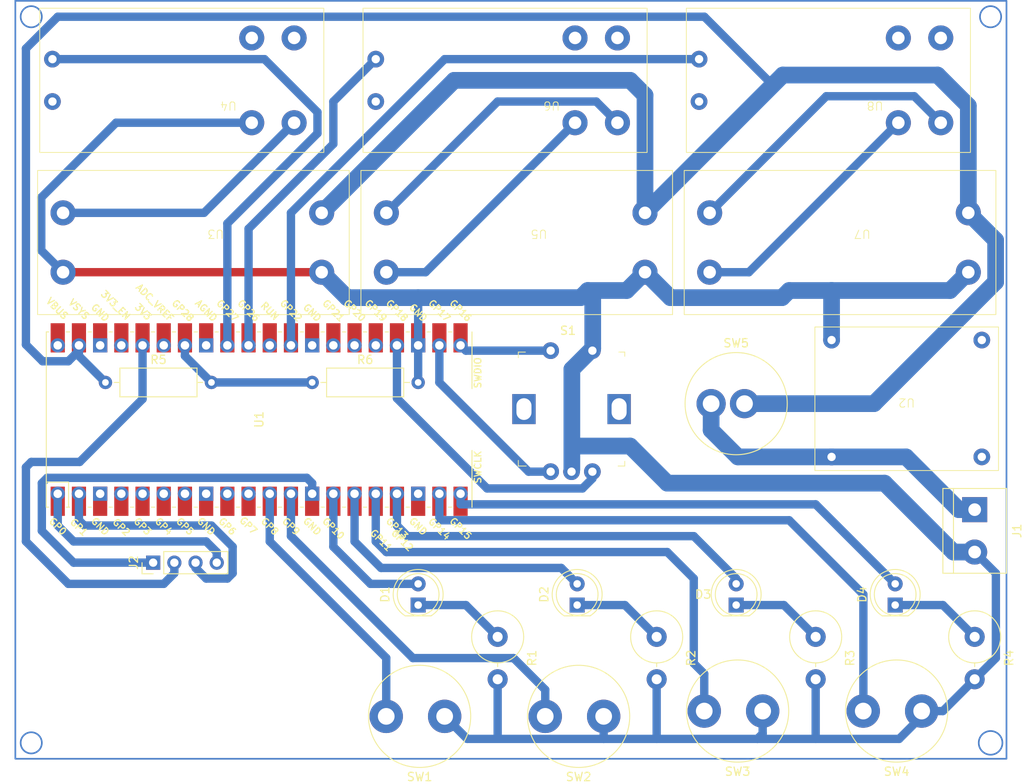
<source format=kicad_pcb>
(kicad_pcb (version 20221018) (generator pcbnew)
  (layers (0 "F.Cu" signal) (31 "B.Cu" signal) (34 "B.Paste" user) (35 "F.Paste" user) (36 "B.SilkS" user "B.Silkscreen") (37 "F.SilkS" user "F.Silkscreen") (38 "B.Mask" user) (39 "F.Mask" user) (44 "Edge.Cuts" user))
  (net 0 "")
  (net 1 "Net-(D1-K)")
  (net 2 "Net-(D2-K)")
  (net 3 "Net-(D3-K)")
  (net 4 "Net-(D4-K)")
  (net 5 "Net-(D4-A)")
  (net 6 "Net-(J1-Pin_1)")
  (net 7 "+BATT")
  (net 8 "GND")
  (net 10 "Net-(S1-CH_A)")
  (net 11 "Net-(S1-CH_B)")
  (net 12 "Net-(J2-Pin_4)")
  (net 13 "Net-(J2-Pin_3)")
  (net 14 "+3V3")
  (net 15 "Net-(U1-GPIO27_ADC1)")
  (net 25 "Net-(U1-GPIO26_ADC0)")
  (net 27 "Net-(U1-GPIO22)")
  (net 30 "Net-(U1-GPIO28_ADC2)")
  (net 36 "Net-(U3-Out+)")
  (net 40 "Net-(U5-Out-)")
  (net 41 "Net-(U5-Out+)")
  (net 45 "Net-(U7-Out-)")
  (net 46 "Net-(U7-Out+)")
  (net 51 "Net-(U1-GPIO16)")
  (net 54 "Net-(D1-A)")
  (net 55 "Net-(D2-A)")
  (net 56 "Net-(D3-A)")
  (net 57 "Net-(U1-GPIO8)")
  (net 58 "Net-(U1-GPIO12)")
  (net 59 "Net-(U1-GPIO14)")
  (net 61 "Net-(U1-GPIO9)")
  (net 62 "Net-(J2-Pin_1)")
  (footprint "MCU_RaspberryPi_and_Boards:RPi_Pico_SMD_TH" (layer "F.Cu") (at 114.3 68.58 90)
    (fp_text reference "U1" (at 0 0 90) (layer "F.SilkS"))
    (fp_text value "Pico")
    (fp_text user "GP22" (at 13.054 3.81 135) (layer "F.SilkS") (effects (font (size 0.8 0.8))))
    (fp_text user "GND" (at -12.8 6.35 135) (layer "F.SilkS") (effects (font (size 0.8 0.8))))
    (fp_text user "GP15" (at -13.054 24.13 135) (layer "F.SilkS") (effects (font (size 0.8 0.8))))
    (fp_text user "GP9" (at -12.8 3.81 135) (layer "F.SilkS") (effects (font (size 0.8 0.8))))
    (fp_text user "GP28" (at 13.054 -9.144 135) (layer "F.SilkS") (effects (font (size 0.8 0.8))))
    (fp_text user "3V3_EN" (at 13.7 -17.2 135) (layer "F.SilkS") (effects (font (size 0.8 0.8))))
    (fp_text user "VSYS" (at 13.2 -21.59 135) (layer "F.SilkS") (effects (font (size 0.8 0.8))))
    (fp_text user "GND" (at 12.8 -19.05 135) (layer "F.SilkS") (effects (font (size 0.8 0.8))))
    (fp_text user "GP14" (at -13.1 21.59 135) (layer "F.SilkS") (effects (font (size 0.8 0.8))))
    (fp_text user "GP16" (at 13.054 24.13 135) (layer "F.SilkS") (effects (font (size 0.8 0.8))))
    (fp_text user "GND" (at -12.8 19.05 135) (layer "F.SilkS") (effects (font (size 0.8 0.8))))
    (fp_text user "AGND" (at 13.054 -6.35 135) (layer "F.SilkS") (effects (font (size 0.8 0.8))))
    (fp_text user "GP7" (at -12.7 -1.3 135) (layer "F.SilkS") (effects (font (size 0.8 0.8))))
    (fp_text user "GP0" (at -12.8 -24.13 135) (layer "F.SilkS") (effects (font (size 0.8 0.8))))
    (fp_text user "SWCLK" (at -5.7 26.2 90) (layer "F.SilkS") (effects (font (size 0.8 0.8))))
    (fp_text user "GP21" (at 13.054 8.9 135) (layer "F.SilkS") (effects (font (size 0.8 0.8))))
    (fp_text user "SWDIO" (at 5.6 26.2 90) (layer "F.SilkS") (effects (font (size 0.8 0.8))))
    (fp_text user "GND" (at -12.8 -6.35 135) (layer "F.SilkS") (effects (font (size 0.8 0.8))))
    (fp_text user "GP6" (at -12.8 -3.81 135) (layer "F.SilkS") (effects (font (size 0.8 0.8))))
    (fp_text user "GP17" (at 13.054 21.59 135) (layer "F.SilkS") (effects (font (size 0.8 0.8))))
    (fp_text user "GP18" (at 13.054 16.51 135) (layer "F.SilkS") (effects (font (size 0.8 0.8))))
    (fp_text user "GP12" (at -14.47 17.145 135) (layer "F.SilkS") (effects (font (size 0.8 0.8))))
    (fp_text user "GP20" (at 13.054 11.43 135) (layer "F.SilkS") (effects (font (size 0.8 0.8))))
    (fp_text user "GP11" (at -14.47 14.605 135) (layer "F.SilkS") (effects (font (size 0.8 0.8))))
    (fp_text user "GP10" (at -13.054 8.89 135) (layer "F.SilkS") (effects (font (size 0.8 0.8))))
    (fp_text user "ADC_VREF" (at 14 -12.5 135) (layer "F.SilkS") (effects (font (size 0.8 0.8))))
    (fp_text user "GP4" (at -12.8 -11.43 135) (layer "F.SilkS") (effects (font (size 0.8 0.8))))
    (fp_text user "GP13" (at -13.054 16.51 135) (layer "F.SilkS") (effects (font (size 0.8 0.8))))
    (fp_text user "GP19" (at 13.054 13.97 135) (layer "F.SilkS") (effects (font (size 0.8 0.8))))
    (fp_text user "GP5" (at -12.8 -8.89 135) (layer "F.SilkS") (effects (font (size 0.8 0.8))))
    (fp_text user "GP2" (at -12.9 -16.51 135) (layer "F.SilkS") (effects (font (size 0.8 0.8))))
    (fp_text user "GP3" (at -12.8 -13.97 135) (layer "F.SilkS") (effects (font (size 0.8 0.8))))
    (fp_text user "GP27" (at 13.054 -3.8 135) (layer "F.SilkS") (effects (font (size 0.8 0.8))))
    (fp_text user "GND" (at 12.8 6.35 135) (layer "F.SilkS") (effects (font (size 0.8 0.8))))
    (fp_text user "VBUS" (at 13.3 -24.2 135) (layer "F.SilkS") (effects (font (size 0.8 0.8))))
    (fp_text user "GND" (at 12.8 19.05 135) (layer "F.SilkS") (effects (font (size 0.8 0.8))))
    (fp_text user "GP26" (at 13.054 -1.27 135) (layer "F.SilkS") (effects (font (size 0.8 0.8))))
    (fp_text user "GND" (at -12.8 -19.05 135) (layer "F.SilkS") (effects (font (size 0.8 0.8))))
    (fp_text user "RUN" (at 13 1.27 135) (layer "F.SilkS") (effects (font (size 0.8 0.8))))
    (fp_text user "GP1" (at -12.9 -21.6 135) (layer "F.SilkS") (effects (font (size 0.8 0.8))))
    (fp_text user "GP8" (at -12.8 1.27 135) (layer "F.SilkS") (effects (font (size 0.8 0.8))))
    (fp_text user "3V3" (at 12.9 -13.9 135) (layer "F.SilkS") (effects (font (size 0.8 0.8))))
    (pad "" np_thru_hole oval (at -2.725 -24 90) (size 1.8 1.8) (drill 1.8) (layers "*.Cu" "*.Mask"))
    (pad "" np_thru_hole oval (at -2.425 -20.97 90) (size 1.5 1.5) (drill 1.5) (layers "*.Cu" "*.Mask"))
    (pad "" np_thru_hole oval (at 2.425 -20.97 90) (size 1.5 1.5) (drill 1.5) (layers "*.Cu" "*.Mask"))
    (pad "" np_thru_hole oval (at 2.725 -24 90) (size 1.8 1.8) (drill 1.8) (layers "*.Cu" "*.Mask"))
    (pad "1" thru_hole oval (at -8.89 -24.13 90) (size 1.7 1.7) (drill 1.02) (layers "*.Cu" "*.Mask") (net 12 "Net-(J2-Pin_4)"))
    (pad "1" smd rect (at -8.89 -24.13 90) (size 3.5 1.7) (drill (offset -0.9 0)) (layers "F.Cu" "F.Mask") (net 12 "Net-(J2-Pin_4)"))
    (pad "2" thru_hole oval (at -8.89 -21.59 90) (size 1.7 1.7) (drill 1.02) (layers "*.Cu" "*.Mask") (net 13 "Net-(J2-Pin_3)"))
    (pad "2" smd rect (at -8.89 -21.59 90) (size 3.5 1.7) (drill (offset -0.9 0)) (layers "F.Cu" "F.Mask") (net 13 "Net-(J2-Pin_3)"))
    (pad "3" thru_hole rect (at -8.89 -19.05 90) (size 1.7 1.7) (drill 1.02) (layers "*.Cu" "*.Mask"))
    (pad "3" smd rect (at -8.89 -19.05 90) (size 3.5 1.7) (drill (offset -0.9 0)) (layers "F.Cu" "F.Mask"))
    (pad "4" thru_hole oval (at -8.89 -16.51 90) (size 1.7 1.7) (drill 1.02) (layers "*.Cu" "*.Mask"))
    (pad "4" smd rect (at -8.89 -16.51 90) (size 3.5 1.7) (drill (offset -0.9 0)) (layers "F.Cu" "F.Mask"))
    (pad "5" thru_hole oval (at -8.89 -13.97 90) (size 1.7 1.7) (drill 1.02) (layers "*.Cu" "*.Mask"))
    (pad "5" smd rect (at -8.89 -13.97 90) (size 3.5 1.7) (drill (offset -0.9 0)) (layers "F.Cu" "F.Mask"))
    (pad "6" thru_hole oval (at -8.89 -11.43 90) (size 1.7 1.7) (drill 1.02) (layers "*.Cu" "*.Mask"))
    (pad "6" smd rect (at -8.89 -11.43 90) (size 3.5 1.7) (drill (offset -0.9 0)) (layers "F.Cu" "F.Mask"))
    (pad "7" thru_hole oval (at -8.89 -8.89 90) (size 1.7 1.7) (drill 1.02) (layers "*.Cu" "*.Mask"))
    (pad "7" smd rect (at -8.89 -8.89 90) (size 3.5 1.7) (drill (offset -0.9 0)) (layers "F.Cu" "F.Mask"))
    (pad "8" thru_hole rect (at -8.89 -6.35 90) (size 1.7 1.7) (drill 1.02) (layers "*.Cu" "*.Mask"))
    (pad "8" smd rect (at -8.89 -6.35 90) (size 3.5 1.7) (drill (offset -0.9 0)) (layers "F.Cu" "F.Mask"))
    (pad "9" thru_hole oval (at -8.89 -3.81 90) (size 1.7 1.7) (drill 1.02) (layers "*.Cu" "*.Mask"))
    (pad "9" smd rect (at -8.89 -3.81 90) (size 3.5 1.7) (drill (offset -0.9 0)) (layers "F.Cu" "F.Mask"))
    (pad "10" thru_hole oval (at -8.89 -1.27 90) (size 1.7 1.7) (drill 1.02) (layers "*.Cu" "*.Mask"))
    (pad "10" smd rect (at -8.89 -1.27 90) (size 3.5 1.7) (drill (offset -0.9 0)) (layers "F.Cu" "F.Mask"))
    (pad "11" thru_hole oval (at -8.89 1.27 90) (size 1.7 1.7) (drill 1.02) (layers "*.Cu" "*.Mask") (net 57 "Net-(U1-GPIO8)"))
    (pad "11" smd rect (at -8.89 1.27 90) (size 3.5 1.7) (drill (offset -0.9 0)) (layers "F.Cu" "F.Mask") (net 57 "Net-(U1-GPIO8)"))
    (pad "12" thru_hole oval (at -8.89 3.81 90) (size 1.7 1.7) (drill 1.02) (layers "*.Cu" "*.Mask") (net 61 "Net-(U1-GPIO9)"))
    (pad "12" smd rect (at -8.89 3.81 90) (size 3.5 1.7) (drill (offset -0.9 0)) (layers "F.Cu" "F.Mask") (net 61 "Net-(U1-GPIO9)"))
    (pad "13" thru_hole rect (at -8.89 6.35 90) (size 1.7 1.7) (drill 1.02) (layers "*.Cu" "*.Mask") (net 62 "Net-(J2-Pin_1)"))
    (pad "13" smd rect (at -8.89 6.35 90) (size 3.5 1.7) (drill (offset -0.9 0)) (layers "F.Cu" "F.Mask") (net 62 "Net-(J2-Pin_1)"))
    (pad "14" thru_hole oval (at -8.89 8.89 90) (size 1.7 1.7) (drill 1.02) (layers "*.Cu" "*.Mask") (net 54 "Net-(D1-A)"))
    (pad "14" smd rect (at -8.89 8.89 90) (size 3.5 1.7) (drill (offset -0.9 0)) (layers "F.Cu" "F.Mask") (net 54 "Net-(D1-A)"))
    (pad "15" thru_hole oval (at -8.89 11.43 90) (size 1.7 1.7) (drill 1.02) (layers "*.Cu" "*.Mask") (net 55 "Net-(D2-A)"))
    (pad "15" smd rect (at -8.89 11.43 90) (size 3.5 1.7) (drill (offset -0.9 0)) (layers "F.Cu" "F.Mask") (net 55 "Net-(D2-A)"))
    (pad "16" thru_hole oval (at -8.89 13.97 90) (size 1.7 1.7) (drill 1.02) (layers "*.Cu" "*.Mask") (net 58 "Net-(U1-GPIO12)"))
    (pad "16" smd rect (at -8.89 13.97 90) (size 3.5 1.7) (drill (offset -0.9 0)) (layers "F.Cu" "F.Mask") (net 58 "Net-(U1-GPIO12)"))
    (pad "17" thru_hole oval (at -8.89 16.51 90) (size 1.7 1.7) (drill 1.02) (layers "*.Cu" "*.Mask") (net 56 "Net-(D3-A)"))
    (pad "17" smd rect (at -8.89 16.51 90) (size 3.5 1.7) (drill (offset -0.9 0)) (layers "F.Cu" "F.Mask") (net 56 "Net-(D3-A)"))
    (pad "18" thru_hole rect (at -8.89 19.05 90) (size 1.7 1.7) (drill 1.02) (layers "*.Cu" "*.Mask"))
    (pad "18" smd rect (at -8.89 19.05 90) (size 3.5 1.7) (drill (offset -0.9 0)) (layers "F.Cu" "F.Mask"))
    (pad "19" thru_hole oval (at -8.89 21.59 90) (size 1.7 1.7) (drill 1.02) (layers "*.Cu" "*.Mask") (net 59 "Net-(U1-GPIO14)"))
    (pad "19" smd rect (at -8.89 21.59 90) (size 3.5 1.7) (drill (offset -0.9 0)) (layers "F.Cu" "F.Mask") (net 59 "Net-(U1-GPIO14)"))
    (pad "20" thru_hole oval (at -8.89 24.13 90) (size 1.7 1.7) (drill 1.02) (layers "*.Cu" "*.Mask") (net 5 "Net-(D4-A)"))
    (pad "20" smd rect (at -8.89 24.13 90) (size 3.5 1.7) (drill (offset -0.9 0)) (layers "F.Cu" "F.Mask") (net 5 "Net-(D4-A)"))
    (pad "21" thru_hole oval (at 8.89 24.13 90) (size 1.7 1.7) (drill 1.02) (layers "*.Cu" "*.Mask") (net 51 "Net-(U1-GPIO16)"))
    (pad "21" smd rect (at 8.89 24.13 90) (size 3.5 1.7) (drill (offset 0.9 0)) (layers "F.Cu" "F.Mask") (net 51 "Net-(U1-GPIO16)"))
    (pad "22" thru_hole oval (at 8.89 21.59 90) (size 1.7 1.7) (drill 1.02) (layers "*.Cu" "*.Mask") (net 10 "Net-(S1-CH_A)"))
    (pad "22" smd rect (at 8.89 21.59 90) (size 3.5 1.7) (drill (offset 0.9 0)) (layers "F.Cu" "F.Mask") (net 10 "Net-(S1-CH_A)"))
    (pad "23" thru_hole rect (at 8.89 19.05 90) (size 1.7 1.7) (drill 1.02) (layers "*.Cu" "*.Mask") (net 8 "GND"))
    (pad "23" smd rect (at 8.89 19.05 90) (size 3.5 1.7) (drill (offset 0.9 0)) (layers "F.Cu" "F.Mask") (net 8 "GND"))
    (pad "24" thru_hole oval (at 8.89 16.51 90) (size 1.7 1.7) (drill 1.02) (layers "*.Cu" "*.Mask") (net 11 "Net-(S1-CH_B)"))
    (pad "24" smd rect (at 8.89 16.51 90) (size 3.5 1.7) (drill (offset 0.9 0)) (layers "F.Cu" "F.Mask") (net 11 "Net-(S1-CH_B)"))
    (pad "25" thru_hole oval (at 8.89 13.97 90) (size 1.7 1.7) (drill 1.02) (layers "*.Cu" "*.Mask"))
    (pad "25" smd rect (at 8.89 13.97 90) (size 3.5 1.7) (drill (offset 0.9 0)) (layers "F.Cu" "F.Mask"))
    (pad "26" thru_hole oval (at 8.89 11.43 90) (size 1.7 1.7) (drill 1.02) (layers "*.Cu" "*.Mask"))
    (pad "26" smd rect (at 8.89 11.43 90) (size 3.5 1.7) (drill (offset 0.9 0)) (layers "F.Cu" "F.Mask"))
    (pad "27" thru_hole oval (at 8.89 8.89 90) (size 1.7 1.7) (drill 1.02) (layers "*.Cu" "*.Mask"))
    (pad "27" smd rect (at 8.89 8.89 90) (size 3.5 1.7) (drill (offset 0.9 0)) (layers "F.Cu" "F.Mask"))
    (pad "28" thru_hole rect (at 8.89 6.35 90) (size 1.7 1.7) (drill 1.02) (layers "*.Cu" "*.Mask"))
    (pad "28" smd rect (at 8.89 6.35 90) (size 3.5 1.7) (drill (offset 0.9 0)) (layers "F.Cu" "F.Mask"))
    (pad "29" thru_hole oval (at 8.89 3.81 90) (size 1.7 1.7) (drill 1.02) (layers "*.Cu" "*.Mask") (net 27 "Net-(U1-GPIO22)"))
    (pad "29" smd rect (at 8.89 3.81 90) (size 3.5 1.7) (drill (offset 0.9 0)) (layers "F.Cu" "F.Mask") (net 27 "Net-(U1-GPIO22)"))
    (pad "30" thru_hole oval (at 8.89 1.27 90) (size 1.7 1.7) (drill 1.02) (layers "*.Cu" "*.Mask"))
    (pad "30" smd rect (at 8.89 1.27 90) (size 3.5 1.7) (drill (offset 0.9 0)) (layers "F.Cu" "F.Mask"))
    (pad "31" thru_hole oval (at 8.89 -1.27 90) (size 1.7 1.7) (drill 1.02) (layers "*.Cu" "*.Mask") (net 25 "Net-(U1-GPIO26_ADC0)"))
    (pad "31" smd rect (at 8.89 -1.27 90) (size 3.5 1.7) (drill (offset 0.9 0)) (layers "F.Cu" "F.Mask") (net 25 "Net-(U1-GPIO26_ADC0)"))
    (pad "32" thru_hole oval (at 8.89 -3.81 90) (size 1.7 1.7) (drill 1.02) (layers "*.Cu" "*.Mask") (net 15 "Net-(U1-GPIO27_ADC1)"))
    (pad "32" smd rect (at 8.89 -3.81 90) (size 3.5 1.7) (drill (offset 0.9 0)) (layers "F.Cu" "F.Mask") (net 15 "Net-(U1-GPIO27_ADC1)"))
    (pad "33" thru_hole rect (at 8.89 -6.35 90) (size 1.7 1.7) (drill 1.02) (layers "*.Cu" "*.Mask"))
    (pad "33" smd rect (at 8.89 -6.35 90) (size 3.5 1.7) (drill (offset 0.9 0)) (layers "F.Cu" "F.Mask"))
    (pad "34" thru_hole oval (at 8.89 -8.89 90) (size 1.7 1.7) (drill 1.02) (layers "*.Cu" "*.Mask") (net 30 "Net-(U1-GPIO28_ADC2)"))
    (pad "34" smd rect (at 8.89 -8.89 90) (size 3.5 1.7) (drill (offset 0.9 0)) (layers "F.Cu" "F.Mask") (net 30 "Net-(U1-GPIO28_ADC2)"))
    (pad "35" thru_hole oval (at 8.89 -11.43 90) (size 1.7 1.7) (drill 1.02) (layers "*.Cu" "*.Mask"))
    (pad "35" smd rect (at 8.89 -11.43 90) (size 3.5 1.7) (drill (offset 0.9 0)) (layers "F.Cu" "F.Mask"))
    (pad "36" thru_hole oval (at 8.89 -13.97 90) (size 1.7 1.7) (drill 1.02) (layers "*.Cu" "*.Mask") (net 14 "+3V3"))
    (pad "36" smd rect (at 8.89 -13.97 90) (size 3.5 1.7) (drill (offset 0.9 0)) (layers "F.Cu" "F.Mask") (net 14 "+3V3"))
    (pad "37" thru_hole oval (at 8.89 -16.51 90) (size 1.7 1.7) (drill 1.02) (layers "*.Cu" "*.Mask"))
    (pad "37" smd rect (at 8.89 -16.51 90) (size 3.5 1.7) (drill (offset 0.9 0)) (layers "F.Cu" "F.Mask"))
    (pad "38" thru_hole rect (at 8.89 -19.05 90) (size 1.7 1.7) (drill 1.02) (layers "*.Cu" "*.Mask"))
    (pad "38" smd rect (at 8.89 -19.05 90) (size 3.5 1.7) (drill (offset 0.9 0)) (layers "F.Cu" "F.Mask"))
    (pad "39" thru_hole oval (at 8.89 -21.59 90) (size 1.7 1.7) (drill 1.02) (layers "*.Cu" "*.Mask") (net 7 "+BATT"))
    (pad "39" smd rect (at 8.89 -21.59 90) (size 3.5 1.7) (drill (offset 0.9 0)) (layers "F.Cu" "F.Mask") (net 7 "+BATT"))
    (pad "40" thru_hole oval (at 8.89 -24.13 90) (size 1.7 1.7) (drill 1.02) (layers "*.Cu" "*.Mask"))
    (pad "40" smd rect (at 8.89 -24.13 90) (size 3.5 1.7) (drill (offset 0.9 0)) (layers "F.Cu" "F.Mask"))
  )
  (footprint "LED_THT:LED_D5.0mm" (layer "F.Cu") (at 171.45 90.805 90)
    (fp_text reference "D3" (at 1.27 -3.96 180) (layer "F.SilkS"))
    (fp_text value "LED3")
    (pad "1" thru_hole rect (at 0 0 90) (size 1.8 1.8) (drill 0.9) (layers "*.Cu" "*.Mask") (net 3 "Net-(D3-K)"))
    (pad "2" thru_hole circle (at 2.54 0 90) (size 1.8 1.8) (drill 0.9) (layers "*.Cu" "*.Mask") (net 56 "Net-(D3-A)"))
  )
  (footprint "Inductor_THT:L_Radial_D12.0mm_P6.00mm_MuRATA_1900R" (layer "F.Cu") (at 155.575 104.14 180)
    (fp_text reference "SW2" (at 3 -7.25) (layer "F.SilkS"))
    (fp_text value "BUTTON2")
    (pad "1" thru_hole circle (at 0 0 180) (size 4 4) (drill 2) (layers "*.Cu" "*.Mask") (net 8 "GND"))
    (pad "2" thru_hole circle (at 7 0 180) (size 4 4) (drill 2) (layers "*.Cu" "*.Mask") (net 61 "Net-(U1-GPIO9)"))
  )
  (footprint "Resistor_THT:R_Axial_DIN0617_L17.0mm_D6.0mm_P5.08mm_Vertical" (layer "F.Cu") (at 200.025 94.615 -90)
    (fp_text reference "R4" (at 2.54 -4.12 90) (layer "F.SilkS"))
    (fp_text value "R")
    (pad "1" thru_hole circle (at 0 0 270) (size 2.4 2.4) (drill 1.2) (layers "*.Cu" "*.Mask") (net 4 "Net-(D4-K)"))
    (pad "2" thru_hole oval (at 5.08 0 270) (size 2.4 2.4) (drill 1.2) (layers "*.Cu" "*.Mask") (net 8 "GND"))
  )
  (footprint "Connector_PinHeader_2.54mm:PinHeader_1x04_P2.54mm_Vertical" (layer "F.Cu") (at 101.6 85.725 90)
    (fp_text reference "J2" (at 0 -2.33 90) (layer "F.SilkS"))
    (fp_text value "Conn_01x04_Female")
    (pad "1" thru_hole rect (at 0 0 90) (size 1.7 1.7) (drill 1) (layers "*.Cu" "*.Mask") (net 62 "Net-(J2-Pin_1)"))
    (pad "2" thru_hole oval (at 0 2.54 90) (size 1.7 1.7) (drill 1) (layers "*.Cu" "*.Mask") (net 14 "+3V3"))
    (pad "3" thru_hole oval (at 0 5.08 90) (size 1.7 1.7) (drill 1) (layers "*.Cu" "*.Mask") (net 13 "Net-(J2-Pin_3)"))
    (pad "4" thru_hole oval (at 0 7.62 90) (size 1.7 1.7) (drill 1) (layers "*.Cu" "*.Mask") (net 12 "Net-(J2-Pin_4)"))
  )
  (footprint "Resistor_THT:R_Axial_DIN0617_L17.0mm_D6.0mm_P5.08mm_Vertical" (layer "F.Cu") (at 142.875 94.615 -90)
    (fp_text reference "R1" (at 2.54 -4.12 90) (layer "F.SilkS"))
    (fp_text value "R")
    (pad "1" thru_hole circle (at 0 0 270) (size 2.4 2.4) (drill 1.2) (layers "*.Cu" "*.Mask") (net 1 "Net-(D1-K)"))
    (pad "2" thru_hole oval (at 5.08 0 270) (size 2.4 2.4) (drill 1.2) (layers "*.Cu" "*.Mask") (net 8 "GND"))
  )
  (footprint "chinese_modules:charger" (layer "F.Cu") (at 191.88 66.055 180)
    (fp_text reference "U2" (at 0 -0.5 180 unlocked) (layer "F.SilkS") (effects (font (thickness 0.1))))
    (fp_text value "~")
    (pad "1" thru_hole circle (at -9 -7 180) (size 2 2) (drill 1) (layers "*.Cu" "*.Mask"))
    (pad "2" thru_hole circle (at -9 7 180) (size 2 2) (drill 1) (layers "*.Cu" "*.Mask"))
    (pad "3" thru_hole circle (at 9 -7 180) (size 2 2) (drill 1) (layers "*.Cu" "*.Mask") (net 6 "Net-(J1-Pin_1)"))
    (pad "4" thru_hole circle (at 9 7 180) (size 2 2) (drill 1) (layers "*.Cu" "*.Mask") (net 8 "GND"))
  )
  (footprint "digikey-footprints:Rotary_Encoder_Switched_PEC11R" (layer "F.Cu") (at 146.025 67.325)
    (fp_text reference "S1" (at 5.275 -9.4) (layer "F.SilkS"))
    (fp_text value "ENCODER")
    (pad "1" thru_hole circle (at 3.2 -7) (size 2 2) (drill 1) (layers "*.Cu" "*.Mask") (net 51 "Net-(U1-GPIO16)"))
    (pad "2" thru_hole circle (at 8.2 -7) (size 2 2) (drill 1) (layers "*.Cu" "*.Mask") (net 8 "GND"))
    (pad "3" thru_hole rect (at 0 0) (size 2.8 3.6) (drill oval 1.8 2.6) (layers "*.Cu" "*.Mask"))
    (pad "3" thru_hole rect (at 11.4 0) (size 2.8 3.6) (drill oval 1.8 2.6) (layers "*.Cu" "*.Mask"))
    (pad "A" thru_hole circle (at 3.2 7.5) (size 2 2) (drill 1) (layers "*.Cu" "*.Mask") (net 10 "Net-(S1-CH_A)"))
    (pad "B" thru_hole circle (at 8.2 7.5) (size 2 2) (drill 1) (layers "*.Cu" "*.Mask") (net 11 "Net-(S1-CH_B)"))
    (pad "C" thru_hole circle (at 5.7 7.5) (size 2 2) (drill 1) (layers "*.Cu" "*.Mask") (net 8 "GND"))
  )
  (footprint "chinese_modules:dc-dc module" (layer "F.Cu") (at 186.563 45.847 180)
    (fp_text reference "U7" (at 0 -0.5 180 unlocked) (layer "F.SilkS") (effects (font (thickness 0.1))))
    (fp_text value "~")
    (pad "1" thru_hole circle (at -12.7 -5.08 180) (size 3 3) (drill 1.5) (layers "*.Cu" "*.Mask") (net 8 "GND"))
    (pad "2" thru_hole circle (at -12.7 2.032 180) (size 3 3) (drill 1.5) (layers "*.Cu" "*.Mask") (net 7 "+BATT"))
    (pad "3" thru_hole circle (at 18.288 -5.08 180) (size 3 3) (drill 1.5) (layers "*.Cu" "*.Mask") (net 45 "Net-(U7-Out-)"))
    (pad "4" thru_hole circle (at 18.288 2.032 180) (size 3 3) (drill 1.5) (layers "*.Cu" "*.Mask") (net 46 "Net-(U7-Out+)"))
  )
  (footprint "Inductor_THT:L_Radial_D12.0mm_P6.00mm_MuRATA_1900R" (layer "F.Cu") (at 168.45 66.675)
    (fp_text reference "SW5" (at 3 -7.25) (layer "F.SilkS"))
    (fp_text value "POWER_SW")
    (pad "1" thru_hole circle (at 0 0) (size 3.5 3.5) (drill 2) (layers "*.Cu" "*.Mask") (net 6 "Net-(J1-Pin_1)"))
    (pad "2" thru_hole circle (at 4 0) (size 3.5 3.5) (drill 2) (layers "*.Cu" "*.Mask") (net 7 "+BATT"))
  )
  (footprint "chinese_modules:xy-mos" (layer "F.Cu") (at 199.517 19.304 180)
    (fp_text reference "U8" (at 11.43 -11.676 180 unlocked) (layer "F.SilkS") (effects (font (thickness 0.1))))
    (fp_text value "~")
    (pad "1" thru_hole circle (at 3.556 -13.716 180) (size 3 3) (drill 1.5) (layers "*.Cu" "*.Mask") (net 46 "Net-(U7-Out+)"))
    (pad "2" thru_hole circle (at 8.636 -13.716 180) (size 3 3) (drill 1.5) (layers "*.Cu" "*.Mask") (net 45 "Net-(U7-Out-)"))
    (pad "3" thru_hole circle (at 3.556 -3.556 180) (size 3 3) (drill 1.5) (layers "*.Cu" "*.Mask"))
    (pad "4" thru_hole circle (at 8.636 -3.556 180) (size 3 3) (drill 1.5) (layers "*.Cu" "*.Mask"))
    (pad "5" thru_hole circle (at 32.512 -11.176 180) (size 2 2) (drill 1) (layers "*.Cu" "*.Mask"))
    (pad "6" thru_hole circle (at 32.512 -6.096 180) (size 2 2) (drill 1) (layers "*.Cu" "*.Mask") (net 27 "Net-(U1-GPIO22)"))
  )
  (footprint "TerminalBlock:TerminalBlock_bornier-2_P5.08mm" (layer "F.Cu") (at 200.025 79.375 -90)
    (fp_text reference "J1" (at 2.54 -5.08 90) (layer "F.SilkS"))
    (fp_text value "BATTERY")
    (pad "1" thru_hole rect (at 0 0 270) (size 3 3) (drill 1.52) (layers "*.Cu" "*.Mask") (net 6 "Net-(J1-Pin_1)"))
    (pad "2" thru_hole circle (at 5.08 0 270) (size 3 3) (drill 1.52) (layers "*.Cu" "*.Mask") (net 8 "GND"))
  )
  (footprint "chinese_modules:xy-mos" (layer "F.Cu") (at 160.782 19.304 180)
    (fp_text reference "U6" (at 11.43 -11.676 180 unlocked) (layer "F.SilkS") (effects (font (thickness 0.1))))
    (fp_text value "~")
    (pad "1" thru_hole circle (at 3.556 -13.716 180) (size 3 3) (drill 1.5) (layers "*.Cu" "*.Mask") (net 41 "Net-(U5-Out+)"))
    (pad "2" thru_hole circle (at 8.636 -13.716 180) (size 3 3) (drill 1.5) (layers "*.Cu" "*.Mask") (net 40 "Net-(U5-Out-)"))
    (pad "3" thru_hole circle (at 3.556 -3.556 180) (size 3 3) (drill 1.5) (layers "*.Cu" "*.Mask"))
    (pad "4" thru_hole circle (at 8.636 -3.556 180) (size 3 3) (drill 1.5) (layers "*.Cu" "*.Mask"))
    (pad "5" thru_hole circle (at 32.512 -11.176 180) (size 2 2) (drill 1) (layers "*.Cu" "*.Mask"))
    (pad "6" thru_hole circle (at 32.512 -6.096 180) (size 2 2) (drill 1) (layers "*.Cu" "*.Mask") (net 25 "Net-(U1-GPIO26_ADC0)"))
  )
  (footprint "Inductor_THT:L_Radial_D12.0mm_P6.00mm_MuRATA_1900R" (layer "F.Cu") (at 136.525 104.14 180)
    (fp_text reference "SW1" (at 3 -7.25) (layer "F.SilkS"))
    (fp_text value "BUTTON1")
    (pad "1" thru_hole circle (at 0 0 180) (size 4 4) (drill 2) (layers "*.Cu" "*.Mask") (net 8 "GND"))
    (pad "2" thru_hole circle (at 7 0 180) (size 4 4) (drill 2) (layers "*.Cu" "*.Mask") (net 57 "Net-(U1-GPIO8)"))
  )
  (footprint "LED_THT:LED_D5.0mm" (layer "F.Cu") (at 133.35 90.805 90)
    (fp_text reference "D1" (at 1.27 -3.96 90) (layer "F.SilkS"))
    (fp_text value "LED1")
    (pad "1" thru_hole rect (at 0 0 90) (size 1.8 1.8) (drill 0.9) (layers "*.Cu" "*.Mask") (net 1 "Net-(D1-K)"))
    (pad "2" thru_hole circle (at 2.54 0 90) (size 1.8 1.8) (drill 0.9) (layers "*.Cu" "*.Mask") (net 54 "Net-(D1-A)"))
  )
  (footprint "LED_THT:LED_D5.0mm" (layer "F.Cu") (at 190.5 90.805 90)
    (fp_text reference "D4" (at 1.27 -3.96 90) (layer "F.SilkS"))
    (fp_text value "LED4")
    (pad "1" thru_hole rect (at 0 0 90) (size 1.8 1.8) (drill 0.9) (layers "*.Cu" "*.Mask") (net 4 "Net-(D4-K)"))
    (pad "2" thru_hole circle (at 2.54 0 90) (size 1.8 1.8) (drill 0.9) (layers "*.Cu" "*.Mask") (net 5 "Net-(D4-A)"))
  )
  (footprint "Resistor_THT:R_Axial_DIN0617_L17.0mm_D6.0mm_P5.08mm_Vertical" (layer "F.Cu") (at 180.975 94.615 -90)
    (fp_text reference "R3" (at 2.54 -4.12 90) (layer "F.SilkS"))
    (fp_text value "R")
    (pad "1" thru_hole circle (at 0 0 270) (size 2.4 2.4) (drill 1.2) (layers "*.Cu" "*.Mask") (net 3 "Net-(D3-K)"))
    (pad "2" thru_hole oval (at 5.08 0 270) (size 2.4 2.4) (drill 1.2) (layers "*.Cu" "*.Mask") (net 8 "GND"))
  )
  (footprint "Resistor_THT:R_Axial_DIN0309_L9.0mm_D3.2mm_P12.70mm_Horizontal" (layer "F.Cu") (at 120.65 64.135)
    (fp_text reference "R6" (at 6.35 -2.72) (layer "F.SilkS"))
    (fp_text value "R")
    (pad "1" thru_hole circle (at 0 0) (size 1.6 1.6) (drill 0.8) (layers "*.Cu" "*.Mask") (net 30 "Net-(U1-GPIO28_ADC2)"))
    (pad "2" thru_hole oval (at 12.7 0) (size 1.6 1.6) (drill 0.8) (layers "*.Cu" "*.Mask") (net 8 "GND"))
  )
  (footprint "LED_THT:LED_D5.0mm" (layer "F.Cu") (at 152.4 90.805 90)
    (fp_text reference "D2" (at 1.27 -3.96 90) (layer "F.SilkS"))
    (fp_text value "LED2")
    (pad "1" thru_hole rect (at 0 0 90) (size 1.8 1.8) (drill 0.9) (layers "*.Cu" "*.Mask") (net 2 "Net-(D2-K)"))
    (pad "2" thru_hole circle (at 2.54 0 90) (size 1.8 1.8) (drill 0.9) (layers "*.Cu" "*.Mask") (net 55 "Net-(D2-A)"))
  )
  (footprint "Inductor_THT:L_Radial_D12.0mm_P6.00mm_MuRATA_1900R" (layer "F.Cu") (at 174.625 103.505 180)
    (fp_text reference "SW3" (at 3 -7.25) (layer "F.SilkS"))
    (fp_text value "BUTTON3")
    (pad "1" thru_hole circle (at 0 0 180) (size 4 4) (drill 2) (layers "*.Cu" "*.Mask") (net 8 "GND"))
    (pad "2" thru_hole circle (at 7 0 180) (size 4 4) (drill 2) (layers "*.Cu" "*.Mask") (net 58 "Net-(U1-GPIO12)"))
  )
  (footprint "Resistor_THT:R_Axial_DIN0617_L17.0mm_D6.0mm_P5.08mm_Vertical" (layer "F.Cu") (at 161.925 94.615 -90)
    (fp_text reference "R2" (at 2.54 -4.12 90) (layer "F.SilkS"))
    (fp_text value "R")
    (pad "1" thru_hole circle (at 0 0 270) (size 2.4 2.4) (drill 1.2) (layers "*.Cu" "*.Mask") (net 2 "Net-(D2-K)"))
    (pad "2" thru_hole oval (at 5.08 0 270) (size 2.4 2.4) (drill 1.2) (layers "*.Cu" "*.Mask") (net 8 "GND"))
  )
  (footprint "chinese_modules:dc-dc module" (layer "F.Cu") (at 147.828 45.847 180)
    (fp_text reference "U5" (at 0 -0.5 180 unlocked) (layer "F.SilkS") (effects (font (thickness 0.1))))
    (fp_text value "~")
    (pad "1" thru_hole circle (at -12.7 -5.08 180) (size 3 3) (drill 1.5) (layers "*.Cu" "*.Mask") (net 8 "GND"))
    (pad "2" thru_hole circle (at -12.7 2.032 180) (size 3 3) (drill 1.5) (layers "*.Cu" "*.Mask") (net 7 "+BATT"))
    (pad "3" thru_hole circle (at 18.288 -5.08 180) (size 3 3) (drill 1.5) (layers "*.Cu" "*.Mask") (net 40 "Net-(U5-Out-)"))
    (pad "4" thru_hole circle (at 18.288 2.032 180) (size 3 3) (drill 1.5) (layers "*.Cu" "*.Mask") (net 41 "Net-(U5-Out+)"))
  )
  (footprint "chinese_modules:xy-mos" (layer "F.Cu") (at 122.047 19.304 180)
    (fp_text reference "U4" (at 11.43 -11.676 180 unlocked) (layer "F.SilkS") (effects (font (thickness 0.1))))
    (fp_text value "~")
    (pad "1" thru_hole circle (at 3.556 -13.716 180) (size 3 3) (drill 1.5) (layers "*.Cu" "*.Mask") (net 36 "Net-(U3-Out+)"))
    (pad "2" thru_hole circle (at 8.636 -13.716 180) (size 3 3) (drill 1.5) (layers "*.Cu" "*.Mask") (net 8 "GND"))
    (pad "3" thru_hole circle (at 3.556 -3.556 180) (size 3 3) (drill 1.5) (layers "*.Cu" "*.Mask"))
    (pad "4" thru_hole circle (at 8.636 -3.556 180) (size 3 3) (drill 1.5) (layers "*.Cu" "*.Mask"))
    (pad "5" thru_hole circle (at 32.512 -11.176 180) (size 2 2) (drill 1) (layers "*.Cu" "*.Mask"))
    (pad "6" thru_hole circle (at 32.512 -6.096 180) (size 2 2) (drill 1) (layers "*.Cu" "*.Mask") (net 15 "Net-(U1-GPIO27_ADC1)"))
  )
  (footprint "Inductor_THT:L_Radial_D12.0mm_P6.00mm_MuRATA_1900R" (layer "F.Cu") (at 193.675 103.505 180)
    (fp_text reference "SW4" (at 3 -7.25) (layer "F.SilkS"))
    (fp_text value "BUTTON4")
    (pad "1" thru_hole circle (at 0 0 180) (size 4 4) (drill 2) (layers "*.Cu" "*.Mask") (net 8 "GND"))
    (pad "2" thru_hole circle (at 7 0 180) (size 4 4) (drill 2) (layers "*.Cu" "*.Mask") (net 59 "Net-(U1-GPIO14)"))
  )
  (footprint "Resistor_THT:R_Axial_DIN0309_L9.0mm_D3.2mm_P12.70mm_Horizontal" (layer "F.Cu") (at 95.885 64.135)
    (fp_text reference "R5" (at 6.35 -2.72) (layer "F.SilkS"))
    (fp_text value "R")
    (pad "1" thru_hole circle (at 0 0) (size 1.6 1.6) (drill 0.8) (layers "*.Cu" "*.Mask") (net 7 "+BATT"))
    (pad "2" thru_hole oval (at 12.7 0) (size 1.6 1.6) (drill 0.8) (layers "*.Cu" "*.Mask") (net 30 "Net-(U1-GPIO28_ADC2)"))
  )
  (footprint "chinese_modules:dc-dc module" (layer "F.Cu") (at 109.093 45.847 180)
    (fp_text reference "U3" (at 0 -0.5 180 unlocked) (layer "F.SilkS") (effects (font (thickness 0.1))))
    (fp_text value "~")
    (pad "1" thru_hole circle (at -12.7 -5.08 180) (size 3 3) (drill 1.5) (layers "*.Cu" "*.Mask") (net 8 "GND"))
    (pad "2" thru_hole circle (at -12.7 2.032 180) (size 3 3) (drill 1.5) (layers "*.Cu" "*.Mask") (net 7 "+BATT"))
    (pad "3" thru_hole circle (at 18.288 -5.08 180) (size 3 3) (drill 1.5) (layers "*.Cu" "*.Mask") (net 8 "GND"))
    (pad "4" thru_hole circle (at 18.288 2.032 180) (size 3 3) (drill 1.5) (layers "*.Cu" "*.Mask") (net 36 "Net-(U3-Out+)"))
  )
  (gr_circle (center 86.995 107.315) (end 88.265 107.315) (stroke (width 0.2)) (fill none) (layer "B.Cu"))
  (gr_circle (center 201.93 20.32) (end 203.2 20.32) (stroke (width 0.2)) (fill none) (layer "B.Cu"))
  (gr_rect (start 85.09 18.415) (end 203.835 109.22) (stroke (width 0.2)) (fill none) (layer "B.Cu"))
  (gr_circle (center 201.93 107.315) (end 203.2 106.68) (stroke (width 0.2)) (fill none) (layer "B.Cu"))
  (gr_circle (center 86.995 20.32) (end 88.265 20.32) (stroke (width 0.2)) (fill none) (layer "B.Cu"))
  (segment (start 139.065 90.805) (end 142.875 94.615) (width 1) (layer "B.Cu") (net 1))
  (segment (start 133.35 90.805) (end 139.065 90.805) (width 1) (layer "B.Cu") (net 1))
  (segment (start 158.115 90.805) (end 161.925 94.615) (width 1) (layer "B.Cu") (net 2))
  (segment (start 152.4 90.805) (end 158.115 90.805) (width 1) (layer "B.Cu") (net 2))
  (segment (start 177.165 90.805) (end 180.975 94.615) (width 1) (layer "B.Cu") (net 3))
  (segment (start 171.45 90.805) (end 177.165 90.805) (width 1) (layer "B.Cu") (net 3))
  (segment (start 190.5 90.805) (end 196.215 90.805) (width 1) (layer "B.Cu") (net 4))
  (segment (start 196.215 90.805) (end 200.025 94.615) (width 1) (layer "B.Cu") (net 4))
  (segment (start 138.43 78.74) (end 138.43 77.47) (width 1) (layer "B.Cu") (net 5))
  (segment (start 190.5 88.265) (end 180.975 78.74) (width 1) (layer "B.Cu") (net 5))
  (segment (start 180.975 78.74) (end 138.43 78.74) (width 1) (layer "B.Cu") (net 5))
  (segment (start 168.45 66.675) (end 168.45 69.85) (width 2) (layer "B.Cu") (net 6))
  (segment (start 182.88 73.055) (end 191.8 73.055) (width 2) (layer "B.Cu") (net 6))
  (segment (start 171.655 73.055) (end 168.45 69.85) (width 2) (layer "B.Cu") (net 6))
  (segment (start 191.8 73.055) (end 198.12 79.375) (width 2) (layer "B.Cu") (net 6))
  (segment (start 182.88 73.055) (end 171.655 73.055) (width 2) (layer "B.Cu") (net 6))
  (segment (start 198.12 79.375) (end 200.025 79.375) (width 2) (layer "B.Cu") (net 6))
  (segment (start 199.263 30.988) (end 199.263 43.815) (width 2) (layer "B.Cu") (net 7))
  (segment (start 86.36 24.13) (end 90.17 20.32) (width 1) (layer "B.Cu") (net 7))
  (segment (start 86.36 59.605688) (end 86.36 24.13) (width 1) (layer "B.Cu") (net 7))
  (segment (start 121.793 43.815) (end 137.668 27.94) (width 2) (layer "B.Cu") (net 7))
  (segment (start 88.349312 61.595) (end 86.36 59.605688) (width 1) (layer "B.Cu") (net 7))
  (segment (start 160.528 29.718) (end 160.528 43.815) (width 2) (layer "B.Cu") (net 7))
  (segment (start 92.71 59.69) (end 92.71 60.325) (width 1) (layer "B.Cu") (net 7))
  (segment (start 177.038 27.305) (end 195.58 27.305) (width 2) (layer "B.Cu") (net 7))
  (segment (start 195.58 27.305) (end 199.263 30.988) (width 2) (layer "B.Cu") (net 7))
  (segment (start 158.75 27.94) (end 160.528 29.718) (width 2) (layer "B.Cu") (net 7))
  (segment (start 92.71 59.69) (end 92.71 60.96) (width 1) (layer "B.Cu") (net 7))
  (segment (start 199.263 43.815) (end 202.535 47.087) (width 2) (layer "B.Cu") (net 7))
  (segment (start 91.44 61.595) (end 88.349312 61.595) (width 1) (layer "B.Cu") (net 7))
  (segment (start 187.96 66.675) (end 172.45 66.675) (width 2) (layer "B.Cu") (net 7))
  (segment (start 90.17 20.32) (end 167.64 20.32) (width 1) (layer "B.Cu") (net 7))
  (segment (start 137.668 27.94) (end 158.75 27.94) (width 2) (layer "B.Cu") (net 7))
  (segment (start 202.535 52.1) (end 187.96 66.675) (width 2) (layer "B.Cu") (net 7))
  (segment (start 92.71 60.96) (end 95.885 64.135) (width 1) (layer "B.Cu") (net 7))
  (segment (start 167.64 20.32) (end 175.895 28.575) (width 1) (layer "B.Cu") (net 7))
  (segment (start 160.528 43.815) (end 177.038 27.305) (width 2) (layer "B.Cu") (net 7))
  (segment (start 202.535 47.087) (end 202.535 52.1) (width 2) (layer "B.Cu") (net 7))
  (segment (start 92.71 60.325) (end 91.44 61.595) (width 1) (layer "B.Cu") (net 7))
  (segment (start 90.805 50.927) (end 121.793 50.927) (width 1) (layer "F.Cu") (net 8))
  (segment (start 163.195 76.2) (end 189.23 76.2) (width 2) (layer "B.Cu") (net 8))
  (segment (start 154.265 60.06) (end 151.765 62.56) (width 2) (layer "B.Cu") (net 8))
  (segment (start 196.215 103.505) (end 200.025 99.695) (width 1) (layer "B.Cu") (net 8))
  (segment (start 133.35 64.135) (end 133.35 59.69) (width 1) (layer "B.Cu") (net 8))
  (segment (start 202.565 86.995) (end 202.565 97.155) (width 1) (layer "B.Cu") (net 8))
  (segment (start 154.265 60.06) (end 154.265 53.716877) (width 2) (layer "B.Cu") (net 8))
  (segment (start 136.525 104.14) (end 139.225 106.84) (width 1) (layer "B.Cu") (net 8))
  (segment (start 176.946877 53.975) (end 177.8 53.121877) (width 2) (layer "B.Cu") (net 8))
  (segment (start 142.875 99.695) (end 142.875 106.33) (width 1) (layer "B.Cu") (net 8))
  (segment (start 160.528 50.927) (end 163.576 53.975) (width 2) (layer "B.Cu") (net 8))
  (segment (start 193.675 103.505) (end 196.215 103.505) (width 1) (layer "B.Cu") (net 8))
  (segment (start 190.975 106.84) (end 193.675 104.14) (width 1) (layer "B.Cu") (net 8))
  (segment (start 152.816877 53.975) (end 153.67 53.121877) (width 2) (layer "B.Cu") (net 8))
  (segment (start 153.67 53.121877) (end 158.333123 53.121877) (width 2) (layer "B.Cu") (net 8))
  (segment (start 158.75 71.755) (end 163.195 76.2) (width 2) (layer "B.Cu") (net 8))
  (segment (start 88.195 41.98) (end 97.155 33.02) (width 1) (layer "B.Cu") (net 8))
  (segment (start 155.575 104.14) (end 155.575 106.84) (width 1) (layer "B.Cu") (net 8))
  (segment (start 202.565 97.155) (end 200.025 99.695) (width 1) (layer "B.Cu") (net 8))
  (segment (start 174.625 103.505) (end 174.625 106.205) (width 1) (layer "B.Cu") (net 8))
  (segment (start 193.675 104.14) (end 193.675 103.505) (width 1) (layer "B.Cu") (net 8))
  (segment (start 151.725 74.825) (end 151.725 72.43) (width 1) (layer "B.Cu") (net 8))
  (segment (start 90.805 50.927) (end 88.195 48.317) (width 1) (layer "B.Cu") (net 8))
  (segment (start 177.8 53.121877) (end 182.88 53.121877) (width 2) (layer "B.Cu") (net 8))
  (segment (start 121.793 50.927) (end 124.841 53.975) (width 2) (layer "B.Cu") (net 8))
  (segment (start 200.025 84.455) (end 202.565 86.995) (width 1) (layer "B.Cu") (net 8))
  (segment (start 174.625 106.205) (end 173.99 106.84) (width 1) (layer "B.Cu") (net 8))
  (segment (start 154.265 53.716877) (end 153.67 53.121877) (width 2) (layer "B.Cu") (net 8))
  (segment (start 151.725 72.43) (end 152.4 71.755) (width 1) (layer "B.Cu") (net 8))
  (segment (start 189.23 76.2) (end 197.485 84.455) (width 2) (layer "B.Cu") (net 8))
  (segment (start 133.35 53.975) (end 152.816877 53.975) (width 2) (layer "B.Cu") (net 8))
  (segment (start 133.35 59.69) (end 133.35 53.975) (width 1) (layer "B.Cu") (net 8))
  (segment (start 161.925 99.695) (end 161.925 106.84) (width 1) (layer "B.Cu") (net 8))
  (segment (start 197.485 84.455) (end 200.025 84.455) (width 2) (layer "B.Cu") (net 8))
  (segment (start 155.575 106.84) (end 173.99 106.84) (width 1) (layer "B.Cu") (net 8))
  (segment (start 173.99 106.84) (end 190.975 106.84) (width 1) (layer "B.Cu") (net 8))
  (segment (start 88.195 48.317) (end 88.195 41.98) (width 1) (layer "B.Cu") (net 8))
  (segment (start 182.88 53.121877) (end 182.88 59.055) (width 2) (layer "B.Cu") (net 8))
  (segment (start 139.225 106.84) (end 155.575 106.84) (width 1) (layer "B.Cu") (net 8))
  (segment (start 124.841 53.975) (end 133.35 53.975) (width 2) (layer "B.Cu") (net 8))
  (segment (start 152.4 71.755) (end 158.75 71.755) (width 2) (layer "B.Cu") (net 8))
  (segment (start 151.765 62.56) (end 151.765 74.56) (width 2) (layer "B.Cu") (net 8))
  (segment (start 182.88 53.121877) (end 197.068123 53.121877) (width 2) (layer "B.Cu") (net 8))
  (segment (start 197.068123 53.121877) (end 199.263 50.927) (width 2) (layer "B.Cu") (net 8))
  (segment (start 158.333123 53.121877) (end 160.528 50.927) (width 2) (layer "B.Cu") (net 8))
  (segment (start 163.576 53.975) (end 176.946877 53.975) (width 2) (layer "B.Cu") (net 8))
  (segment (start 97.155 33.02) (end 113.411 33.02) (width 1) (layer "B.Cu") (net 8))
  (segment (start 180.975 99.695) (end 180.975 106.84) (width 1) (layer "B.Cu") (net 8))
  (segment (start 146.58 74.825) (end 149.225 74.825) (width 1) (layer "B.Cu") (net 10))
  (segment (start 135.89 64.135) (end 146.58 74.825) (width 1) (layer "B.Cu") (net 10))
  (segment (start 135.89 59.69) (end 135.89 64.135) (width 1) (layer "B.Cu") (net 10))
  (segment (start 141.605 76.835) (end 153.035 76.835) (width 1) (layer "B.Cu") (net 11))
  (segment (start 130.81 66.04) (end 141.605 76.835) (width 1) (layer "B.Cu") (net 11))
  (segment (start 130.81 59.69) (end 130.81 66.04) (width 1) (layer "B.Cu") (net 11))
  (segment (start 153.035 76.835) (end 154.225 75.645) (width 1) (layer "B.Cu") (net 11))
  (segment (start 154.225 75.645) (end 154.225 74.825) (width 1) (layer "B.Cu") (net 11))
  (segment (start 107.95 83.185) (end 109.22 84.455) (width 1) (layer "B.Cu") (net 12))
  (segment (start 109.22 84.455) (end 109.22 85.725) (width 1) (layer "B.Cu") (net 12))
  (segment (start 90.17 77.47) (end 90.17 81.28) (width 1) (layer "B.Cu") (net 12))
  (segment (start 92.075 83.185) (end 107.95 83.185) (width 1) (layer "B.Cu") (net 12))
  (segment (start 90.17 81.28) (end 92.075 83.185) (width 1) (layer "B.Cu") (net 12))
  (segment (start 111.125 83.82) (end 108.585 81.28) (width 1) (layer "B.Cu") (net 13))
  (segment (start 108.585 81.28) (end 93.345 81.28) (width 1) (layer "B.Cu") (net 13))
  (segment (start 111.125 86.995) (end 111.125 83.82) (width 1) (layer "B.Cu") (net 13))
  (segment (start 106.68 85.725) (end 106.68 86.36) (width 1) (layer "B.Cu") (net 13))
  (segment (start 106.68 86.36) (end 107.95 87.63) (width 1) (layer "B.Cu") (net 13))
  (segment (start 110.49 87.63) (end 111.125 86.995) (width 1) (layer "B.Cu") (net 13))
  (segment (start 92.71 80.645) (end 92.71 77.47) (width 1) (layer "B.Cu") (net 13))
  (segment (start 93.345 81.28) (end 92.71 80.645) (width 1) (layer "B.Cu") (net 13))
  (segment (start 107.95 87.63) (end 110.49 87.63) (width 1) (layer "B.Cu") (net 13))
  (segment (start 86.36 83.185) (end 86.36 74.295) (width 1) (layer "B.Cu") (net 14))
  (segment (start 92.79632 73.66) (end 100.33 66.12632) (width 1) (layer "B.Cu") (net 14))
  (segment (start 91.44 88.265) (end 86.36 83.185) (width 1) (layer "B.Cu") (net 14))
  (segment (start 104.14 85.725) (end 104.14 86.995) (width 1) (layer "B.Cu") (net 14))
  (segment (start 104.14 86.995) (end 102.87 88.265) (width 1) (layer "B.Cu") (net 14))
  (segment (start 100.33 66.12632) (end 100.33 59.69) (width 1) (layer "B.Cu") (net 14))
  (segment (start 102.87 88.265) (end 91.44 88.265) (width 1) (layer "B.Cu") (net 14))
  (segment (start 86.995 73.66) (end 92.79632 73.66) (width 1) (layer "B.Cu") (net 14))
  (segment (start 86.36 74.295) (end 86.995 73.66) (width 1) (layer "B.Cu") (net 14))
  (segment (start 121.285 31.75) (end 121.285 34.29) (width 1) (layer "B.Cu") (net 15))
  (segment (start 114.935 25.4) (end 121.285 31.75) (width 1) (layer "B.Cu") (net 15))
  (segment (start 121.285 34.29) (end 110.49 45.085) (width 1) (layer "B.Cu") (net 15))
  (segment (start 89.535 25.4) (end 114.935 25.4) (width 1) (layer "B.Cu") (net 15))
  (segment (start 110.49 45.085) (end 110.49 59.69) (width 1) (layer "B.Cu") (net 15))
  (segment (start 113.03 45.72) (end 123.19 35.56) (width 1) (layer "B.Cu") (net 25))
  (segment (start 123.19 35.56) (end 123.19 30.48) (width 1) (layer "B.Cu") (net 25))
  (segment (start 113.03 59.69) (end 113.03 45.72) (width 1) (layer "B.Cu") (net 25))
  (segment (start 123.19 30.48) (end 128.27 25.4) (width 1) (layer "B.Cu") (net 25))
  (segment (start 167.005 25.4) (end 136.525 25.4) (width 1) (layer "B.Cu") (net 27))
  (segment (start 118.11 43.815) (end 118.11 59.69) (width 1) (layer "B.Cu") (net 27))
  (segment (start 136.525 25.4) (end 118.11 43.815) (width 1) (layer "B.Cu") (net 27))
  (segment (start 108.585 64.135) (end 105.41 60.96) (width 1) (layer "B.Cu") (net 30))
  (segment (start 108.585 64.135) (end 120.65 64.135) (width 1) (layer "B.Cu") (net 30))
  (segment (start 105.41 60.96) (end 105.41 59.69) (width 1) (layer "B.Cu") (net 30))
  (segment (start 107.696 43.815) (end 118.491 33.02) (width 1) (layer "B.Cu") (net 36))
  (segment (start 90.805 43.815) (end 107.696 43.815) (width 1) (layer "B.Cu") (net 36))
  (segment (start 129.54 50.927) (end 134.239 50.927) (width 1) (layer "B.Cu") (net 40))
  (segment (start 134.239 50.927) (end 152.146 33.02) (width 1) (layer "B.Cu") (net 40))
  (segment (start 129.54 43.815) (end 142.875 30.48) (width 1) (layer "B.Cu") (net 41))
  (segment (start 154.686 30.48) (end 157.226 33.02) (width 1) (layer "B.Cu") (net 41))
  (segment (start 142.875 30.48) (end 154.686 30.48) (width 1) (layer "B.Cu") (net 41))
  (segment (start 172.974 50.927) (end 190.881 33.02) (width 1) (layer "B.Cu") (net 45))
  (segment (start 168.275 50.927) (end 172.974 50.927) (width 1) (layer "B.Cu") (net 45))
  (segment (start 192.786 29.845) (end 195.961 33.02) (width 1) (layer "B.Cu") (net 46))
  (segment (start 182.245 29.845) (end 192.786 29.845) (width 1) (layer "B.Cu") (net 46))
  (segment (start 168.275 43.815) (end 182.245 29.845) (width 1) (layer "B.Cu") (net 46))
  (segment (start 139.065 60.325) (end 138.43 59.69) (width 1) (layer "B.Cu") (net 51))
  (segment (start 149.225 60.325) (end 139.065 60.325) (width 1) (layer "B.Cu") (net 51))
  (segment (start 123.19 83.82) (end 123.19 77.47) (width 1) (layer "B.Cu") (net 54))
  (segment (start 127.635 88.265) (end 123.19 83.82) (width 1) (layer "B.Cu") (net 54))
  (segment (start 133.35 88.265) (end 127.635 88.265) (width 1) (layer "B.Cu") (net 54))
  (segment (start 152.4 88.265) (end 150.495 86.36) (width 1) (layer "B.Cu") (net 55))
  (segment (start 125.73 83.185) (end 125.73 77.47) (width 1) (layer "B.Cu") (net 55))
  (segment (start 150.495 86.36) (end 128.905 86.36) (width 1) (layer "B.Cu") (net 55))
  (segment (start 128.905 86.36) (end 125.73 83.185) (width 1) (layer "B.Cu") (net 55))
  (segment (start 130.81 81.28) (end 130.81 77.47) (width 1) (layer "B.Cu") (net 56))
  (segment (start 166.37 82.55) (end 132.08 82.55) (width 1) (layer "B.Cu") (net 56))
  (segment (start 132.08 82.55) (end 130.81 81.28) (width 1) (layer "B.Cu") (net 56))
  (segment (start 171.45 87.63) (end 166.37 82.55) (width 1) (layer "B.Cu") (net 56))
  (segment (start 171.45 88.265) (end 171.45 87.63) (width 1) (layer "B.Cu") (net 56))
  (segment (start 115.57 77.47) (end 115.57 83.185) (width 1) (layer "B.Cu") (net 57))
  (segment (start 129.525 97.14) (end 129.525 104.14) (width 1) (layer "B.Cu") (net 57))
  (segment (start 115.57 83.185) (end 129.525 97.14) (width 1) (layer "B.Cu") (net 57))
  (segment (start 129.54 84.455) (end 128.27 83.185) (width 1) (layer "B.Cu") (net 58))
  (segment (start 167.625 103.505) (end 167.625 99.045) (width 1) (layer "B.Cu") (net 58))
  (segment (start 167.625 99.045) (end 166.37 97.79) (width 1) (layer "B.Cu") (net 58))
  (segment (start 166.37 97.79) (end 166.37 87.63) (width 1) (layer "B.Cu") (net 58))
  (segment (start 166.37 87.63) (end 163.195 84.455) (width 1) (layer "B.Cu") (net 58))
  (segment (start 128.27 83.185) (end 128.27 77.47) (width 1) (layer "B.Cu") (net 58))
  (segment (start 163.195 84.455) (end 129.54 84.455) (width 1) (layer "B.Cu") (net 58))
  (segment (start 177.8 80.645) (end 135.89 80.645) (width 1) (layer "B.Cu") (net 59))
  (segment (start 186.69 89.535) (end 177.8 80.645) (width 1) (layer "B.Cu") (net 59))
  (segment (start 186.69 104.125) (end 186.69 89.535) (width 1) (layer "B.Cu") (net 59))
  (segment (start 186.675 104.14) (end 186.69 104.125) (width 1) (layer "B.Cu") (net 59))
  (segment (start 135.89 80.645) (end 135.89 77.47) (width 1) (layer "B.Cu") (net 59))
  (segment (start 118.11 82.55) (end 132.715 97.155) (width 1) (layer "B.Cu") (net 61))
  (segment (start 132.715 97.155) (end 144.78 97.155) (width 1) (layer "B.Cu") (net 61))
  (segment (start 144.78 97.155) (end 148.575 100.95) (width 1) (layer "B.Cu") (net 61))
  (segment (start 148.575 100.95) (end 148.575 104.14) (width 1) (layer "B.Cu") (net 61))
  (segment (start 118.11 77.47) (end 118.11 82.55) (width 1) (layer "B.Cu") (net 61))
  (segment (start 101.6 85.725) (end 92.075 85.725) (width 1) (layer "B.Cu") (net 62))
  (segment (start 88.265 76.2) (end 88.9 75.565) (width 1) (layer "B.Cu") (net 62))
  (segment (start 92.075 85.725) (end 88.265 81.915) (width 1) (layer "B.Cu") (net 62))
  (segment (start 120.65 76.2) (end 120.65 77.47) (width 1) (layer "B.Cu") (net 62))
  (segment (start 88.265 81.915) (end 88.265 76.2) (width 1) (layer "B.Cu") (net 62))
  (segment (start 88.9 75.565) (end 120.015 75.565) (width 1) (layer "B.Cu") (net 62))
  (segment (start 120.015 75.565) (end 120.65 76.2) (width 1) (layer "B.Cu") (net 62))
)
</source>
